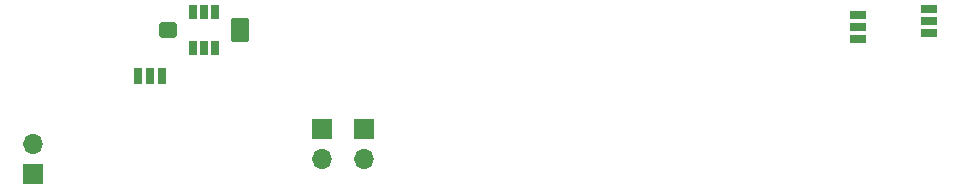
<source format=gbr>
%TF.GenerationSoftware,KiCad,Pcbnew,(7.0.0)*%
%TF.CreationDate,2023-04-17T21:08:14+08:00*%
%TF.ProjectId,opsx_x,6f707378-5f78-42e6-9b69-6361645f7063,rev?*%
%TF.SameCoordinates,Original*%
%TF.FileFunction,Soldermask,Bot*%
%TF.FilePolarity,Negative*%
%FSLAX46Y46*%
G04 Gerber Fmt 4.6, Leading zero omitted, Abs format (unit mm)*
G04 Created by KiCad (PCBNEW (7.0.0)) date 2023-04-17 21:08:14*
%MOMM*%
%LPD*%
G01*
G04 APERTURE LIST*
G04 Aperture macros list*
%AMRoundRect*
0 Rectangle with rounded corners*
0 $1 Rounding radius*
0 $2 $3 $4 $5 $6 $7 $8 $9 X,Y pos of 4 corners*
0 Add a 4 corners polygon primitive as box body*
4,1,4,$2,$3,$4,$5,$6,$7,$8,$9,$2,$3,0*
0 Add four circle primitives for the rounded corners*
1,1,$1+$1,$2,$3*
1,1,$1+$1,$4,$5*
1,1,$1+$1,$6,$7*
1,1,$1+$1,$8,$9*
0 Add four rect primitives between the rounded corners*
20,1,$1+$1,$2,$3,$4,$5,0*
20,1,$1+$1,$4,$5,$6,$7,0*
20,1,$1+$1,$6,$7,$8,$9,0*
20,1,$1+$1,$8,$9,$2,$3,0*%
G04 Aperture macros list end*
%ADD10R,0.700000X1.300000*%
%ADD11RoundRect,0.050800X0.635000X-0.317500X0.635000X0.317500X-0.635000X0.317500X-0.635000X-0.317500X0*%
%ADD12R,1.700000X1.700000*%
%ADD13O,1.700000X1.700000*%
%ADD14RoundRect,0.187500X-0.562500X-0.862500X0.562500X-0.862500X0.562500X0.862500X-0.562500X0.862500X0*%
%ADD15RoundRect,0.162500X-0.587500X-0.487500X0.587500X-0.487500X0.587500X0.487500X-0.587500X0.487500X0*%
%ADD16RoundRect,0.175000X-0.525000X-0.825000X0.525000X-0.825000X0.525000X0.825000X-0.525000X0.825000X0*%
%ADD17RoundRect,0.150000X-0.550000X-0.450000X0.550000X-0.450000X0.550000X0.450000X-0.550000X0.450000X0*%
%ADD18RoundRect,0.050800X-0.317500X-0.635000X0.317500X-0.635000X0.317500X0.635000X-0.317500X0.635000X0*%
G04 APERTURE END LIST*
D10*
%TO.C,U4*%
X42599999Y-67349999D03*
X41649999Y-67349999D03*
X40699999Y-67349999D03*
X40699999Y-64249999D03*
X41649999Y-64249999D03*
X42599999Y-64249999D03*
%TD*%
D11*
%TO.C,Z3*%
X97028000Y-66548000D03*
X97028000Y-65532000D03*
X97028000Y-64516000D03*
%TD*%
D12*
%TO.C,J2*%
X27149999Y-78024999D03*
D13*
X27149999Y-75484999D03*
%TD*%
D12*
%TO.C,J1*%
X55199999Y-74174999D03*
D13*
X55199999Y-76714999D03*
%TD*%
D12*
%TO.C,J3*%
X51599999Y-74174999D03*
D13*
X51599999Y-76714999D03*
%TD*%
D14*
%TO.C,D2*%
X44700000Y-65800000D03*
D15*
X38600000Y-65800000D03*
D16*
X44700000Y-65800000D03*
D17*
X38600000Y-65800000D03*
%TD*%
D11*
%TO.C,Z2*%
X103050800Y-66065200D03*
X103050800Y-65049200D03*
X103050800Y-64033200D03*
%TD*%
D18*
%TO.C,Z1*%
X36068000Y-69700000D03*
X37084000Y-69700000D03*
X38100000Y-69700000D03*
%TD*%
M02*

</source>
